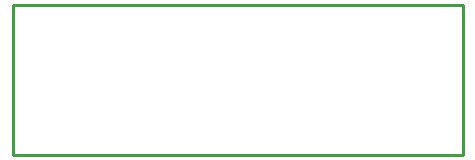
<source format=gko>
G04 Layer_Color=16711935*
%FSLAX24Y24*%
%MOIN*%
G70*
G01*
G75*
%ADD24C,0.0100*%
D24*
X0Y5000D02*
X15000D01*
Y0D02*
Y5000D01*
X0Y0D02*
X15000D01*
X0D02*
Y5000D01*
M02*

</source>
